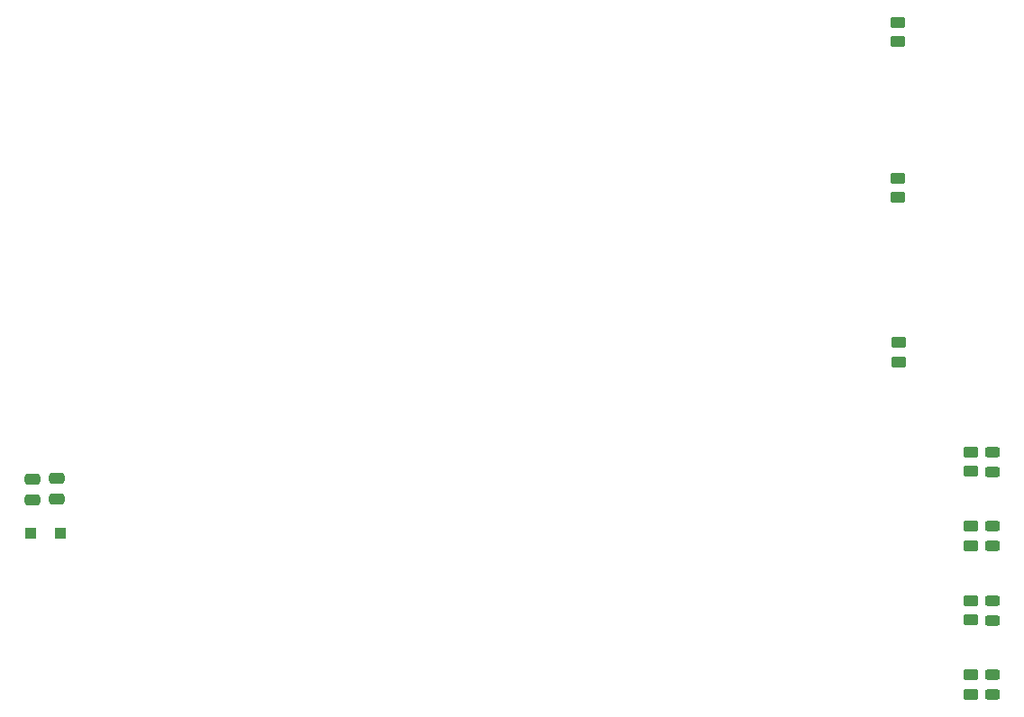
<source format=gbr>
%TF.GenerationSoftware,KiCad,Pcbnew,8.0.7-8.0.7-0~ubuntu22.04.1*%
%TF.CreationDate,2025-01-12T13:00:57-08:00*%
%TF.ProjectId,multichannelheaterdriver_mcu,6d756c74-6963-4686-916e-6e656c686561,rev?*%
%TF.SameCoordinates,Original*%
%TF.FileFunction,Paste,Top*%
%TF.FilePolarity,Positive*%
%FSLAX46Y46*%
G04 Gerber Fmt 4.6, Leading zero omitted, Abs format (unit mm)*
G04 Created by KiCad (PCBNEW 8.0.7-8.0.7-0~ubuntu22.04.1) date 2025-01-12 13:00:57*
%MOMM*%
%LPD*%
G01*
G04 APERTURE LIST*
G04 Aperture macros list*
%AMRoundRect*
0 Rectangle with rounded corners*
0 $1 Rounding radius*
0 $2 $3 $4 $5 $6 $7 $8 $9 X,Y pos of 4 corners*
0 Add a 4 corners polygon primitive as box body*
4,1,4,$2,$3,$4,$5,$6,$7,$8,$9,$2,$3,0*
0 Add four circle primitives for the rounded corners*
1,1,$1+$1,$2,$3*
1,1,$1+$1,$4,$5*
1,1,$1+$1,$6,$7*
1,1,$1+$1,$8,$9*
0 Add four rect primitives between the rounded corners*
20,1,$1+$1,$2,$3,$4,$5,0*
20,1,$1+$1,$4,$5,$6,$7,0*
20,1,$1+$1,$6,$7,$8,$9,0*
20,1,$1+$1,$8,$9,$2,$3,0*%
G04 Aperture macros list end*
%ADD10RoundRect,0.243750X0.456250X-0.243750X0.456250X0.243750X-0.456250X0.243750X-0.456250X-0.243750X0*%
%ADD11RoundRect,0.250000X0.475000X-0.250000X0.475000X0.250000X-0.475000X0.250000X-0.475000X-0.250000X0*%
%ADD12RoundRect,0.250000X0.450000X-0.262500X0.450000X0.262500X-0.450000X0.262500X-0.450000X-0.262500X0*%
%ADD13RoundRect,0.250000X-0.450000X0.262500X-0.450000X-0.262500X0.450000X-0.262500X0.450000X0.262500X0*%
%ADD14RoundRect,0.250000X0.300000X0.300000X-0.300000X0.300000X-0.300000X-0.300000X0.300000X-0.300000X0*%
G04 APERTURE END LIST*
D10*
%TO.C,D4*%
X100332500Y-83752500D03*
X100332500Y-81877500D03*
%TD*%
D11*
%TO.C,C2*%
X12446000Y-65339000D03*
X12446000Y-63439000D03*
%TD*%
D12*
%TO.C,R7*%
X98298000Y-62738000D03*
X98298000Y-60913000D03*
%TD*%
D13*
%TO.C,R5*%
X91440000Y-35179000D03*
X91440000Y-37004000D03*
%TD*%
D10*
%TO.C,D5*%
X100332500Y-62797500D03*
X100332500Y-60922500D03*
%TD*%
D13*
%TO.C,R6*%
X91567000Y-50649500D03*
X91567000Y-52474500D03*
%TD*%
D11*
%TO.C,C1*%
X10160000Y-65405000D03*
X10160000Y-63505000D03*
%TD*%
D10*
%TO.C,D2*%
X100332500Y-69782500D03*
X100332500Y-67907500D03*
%TD*%
D12*
%TO.C,R3*%
X98298000Y-83716500D03*
X98298000Y-81891500D03*
%TD*%
D13*
%TO.C,R4*%
X91440000Y-20550500D03*
X91440000Y-22375500D03*
%TD*%
D14*
%TO.C,D1*%
X12830000Y-68580000D03*
X10030000Y-68580000D03*
%TD*%
D12*
%TO.C,R1*%
X98298000Y-69746500D03*
X98298000Y-67921500D03*
%TD*%
D10*
%TO.C,D3*%
X100332500Y-76767500D03*
X100332500Y-74892500D03*
%TD*%
D12*
%TO.C,R2*%
X98298000Y-76708000D03*
X98298000Y-74883000D03*
%TD*%
M02*

</source>
